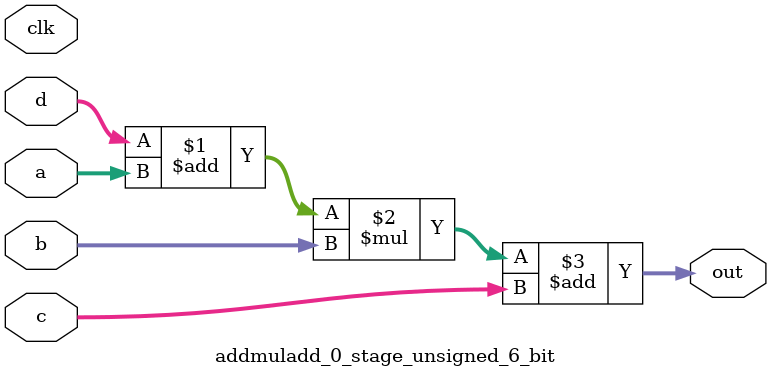
<source format=sv>
(* use_dsp = "yes" *) module addmuladd_0_stage_unsigned_6_bit(
	input  [5:0] a,
	input  [5:0] b,
	input  [5:0] c,
	input  [5:0] d,
	output [5:0] out,
	input clk);

	assign out = ((d + a) * b) + c;
endmodule

</source>
